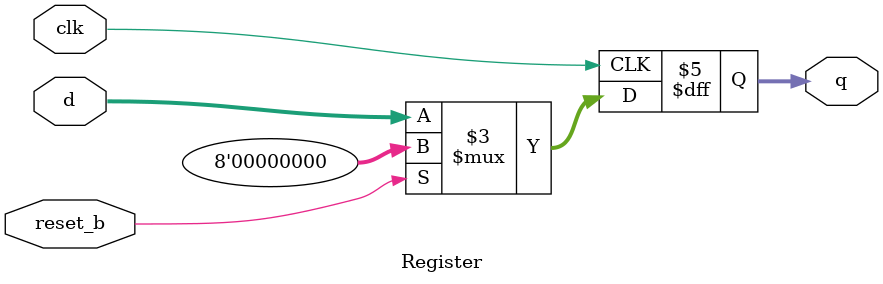
<source format=v>
module part2(Clock, Reset_b, Data, Function, ALUout);
	input Clock;
	input Reset_b;
	input [3:0]Data;
	input [1:0]Function;
	output [7:0]ALUout;

	///ALUtoRegister connects ALU to register
	wire [7:0]ALUtoRegister;
	
	ALU a1(Data, ALUout[3:0], Function, ALUtoRegister, ALUout);
	
	Register r1(Clock, Reset_b, ALUtoRegister, ALUout);
	
endmodule


///ALU Unit
module ALU(A, B, Function, ALUout, MemoryValue);
	input [3:0]B;
	input [3:0]A;
	input [1:0]Function;
	output reg [7:0]ALUout;
	input [7:0]MemoryValue;
	
	///Start of Always Block
	always@ (*)
		begin
		case ( Function )
			2'b 00: ALUout = A+B;
			2'b 01: ALUout = {A*B};
			2'b 10: ALUout = B<<A; 
			2'b 11:  ALUout = MemoryValue;
	//		Hold current value in the Register, i.e.,the register value does not change.
			default : ALUout = 8'b0;
		endcase
	end
endmodule
	
	
/// Register module to store memory
module Register(clk,reset_b,d,q);
	input wire clk;
	input wire reset_b;
	input wire [7:0]d;
	output reg [7:0]q;
	
	always@ (posedge clk)
		begin
			if (reset_b) q <= 1'b 0 ;
			else q <= d ;
		end
endmodule



</source>
